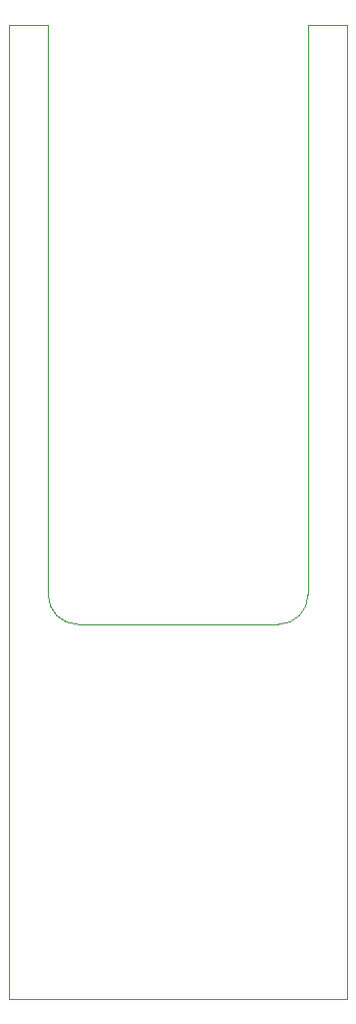
<source format=gm1>
G04 #@! TF.GenerationSoftware,KiCad,Pcbnew,6.0.10-86aedd382b~118~ubuntu18.04.1*
G04 #@! TF.CreationDate,2024-08-26T14:17:38-06:00*
G04 #@! TF.ProjectId,ckt-axle,636b742d-6178-46c6-952e-6b696361645f,rev?*
G04 #@! TF.SameCoordinates,Original*
G04 #@! TF.FileFunction,Profile,NP*
%FSLAX46Y46*%
G04 Gerber Fmt 4.6, Leading zero omitted, Abs format (unit mm)*
G04 Created by KiCad (PCBNEW 6.0.10-86aedd382b~118~ubuntu18.04.1) date 2024-08-26 14:17:38*
%MOMM*%
%LPD*%
G01*
G04 APERTURE LIST*
G04 #@! TA.AperFunction,Profile*
%ADD10C,0.100000*%
G04 #@! TD*
G04 APERTURE END LIST*
D10*
X114300000Y-127000000D02*
X114300000Y-44450000D01*
X114300000Y-44450000D02*
X117602000Y-44450000D01*
X143002000Y-127000000D02*
X143002000Y-44450000D01*
X114300000Y-127000000D02*
X143002000Y-127000000D01*
X139700000Y-44450000D02*
X139700000Y-92710000D01*
X137160000Y-95250000D02*
G75*
G03*
X139700000Y-92710000I0J2540000D01*
G01*
X137160000Y-95250000D02*
X120142000Y-95250000D01*
X117602000Y-44450000D02*
X117602000Y-92710000D01*
X143002000Y-44450000D02*
X139700000Y-44450000D01*
X117602000Y-92710000D02*
G75*
G03*
X120142000Y-95250000I2540000J0D01*
G01*
M02*

</source>
